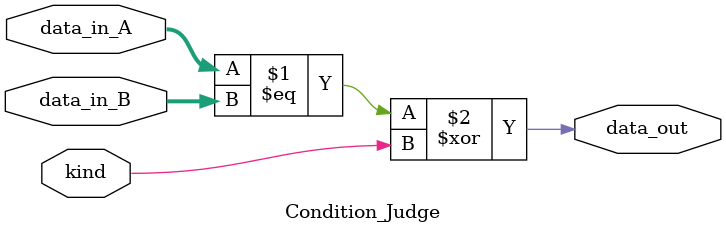
<source format=v>
`timescale 1ns / 1ps
module Condition_Judge(
    output data_out,
	 input kind,
    input [31 : 0] data_in_A,
	 input [31 : 0] data_in_B
    );

	assign data_out = (data_in_A == data_in_B)^kind;

endmodule

</source>
